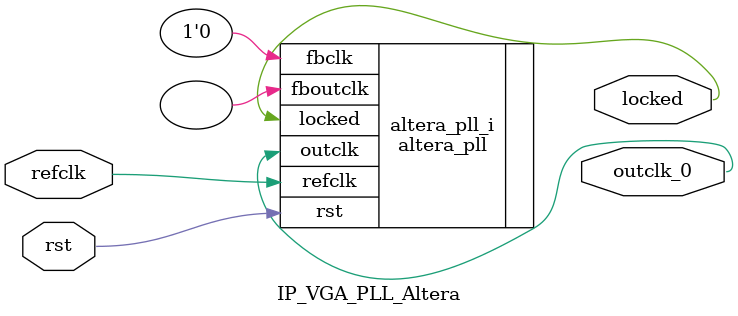
<source format=v>
`timescale 1ns/10ps
module  IP_VGA_PLL_Altera(

	// interface 'refclk'
	input wire refclk,

	// interface 'reset'
	input wire rst,

	// interface 'outclk0'
	output wire outclk_0,

	// interface 'locked'
	output wire locked
);

	altera_pll #(
		.fractional_vco_multiplier("true"),
		.reference_clock_frequency("50.0 MHz"),
		.operation_mode("normal"),
		.number_of_clocks(1),
		.output_clock_frequency0("102.100000 MHz"),
		.phase_shift0("0 ps"),
		.duty_cycle0(50),
		.output_clock_frequency1("0 MHz"),
		.phase_shift1("0 ps"),
		.duty_cycle1(50),
		.output_clock_frequency2("0 MHz"),
		.phase_shift2("0 ps"),
		.duty_cycle2(50),
		.output_clock_frequency3("0 MHz"),
		.phase_shift3("0 ps"),
		.duty_cycle3(50),
		.output_clock_frequency4("0 MHz"),
		.phase_shift4("0 ps"),
		.duty_cycle4(50),
		.output_clock_frequency5("0 MHz"),
		.phase_shift5("0 ps"),
		.duty_cycle5(50),
		.output_clock_frequency6("0 MHz"),
		.phase_shift6("0 ps"),
		.duty_cycle6(50),
		.output_clock_frequency7("0 MHz"),
		.phase_shift7("0 ps"),
		.duty_cycle7(50),
		.output_clock_frequency8("0 MHz"),
		.phase_shift8("0 ps"),
		.duty_cycle8(50),
		.output_clock_frequency9("0 MHz"),
		.phase_shift9("0 ps"),
		.duty_cycle9(50),
		.output_clock_frequency10("0 MHz"),
		.phase_shift10("0 ps"),
		.duty_cycle10(50),
		.output_clock_frequency11("0 MHz"),
		.phase_shift11("0 ps"),
		.duty_cycle11(50),
		.output_clock_frequency12("0 MHz"),
		.phase_shift12("0 ps"),
		.duty_cycle12(50),
		.output_clock_frequency13("0 MHz"),
		.phase_shift13("0 ps"),
		.duty_cycle13(50),
		.output_clock_frequency14("0 MHz"),
		.phase_shift14("0 ps"),
		.duty_cycle14(50),
		.output_clock_frequency15("0 MHz"),
		.phase_shift15("0 ps"),
		.duty_cycle15(50),
		.output_clock_frequency16("0 MHz"),
		.phase_shift16("0 ps"),
		.duty_cycle16(50),
		.output_clock_frequency17("0 MHz"),
		.phase_shift17("0 ps"),
		.duty_cycle17(50),
		.pll_type("General"),
		.pll_subtype("General")
	) altera_pll_i (
		.rst	(rst),
		.outclk	({outclk_0}),
		.locked	(locked),
		.fboutclk	( ),
		.fbclk	(1'b0),
		.refclk	(refclk)
	);
endmodule


</source>
